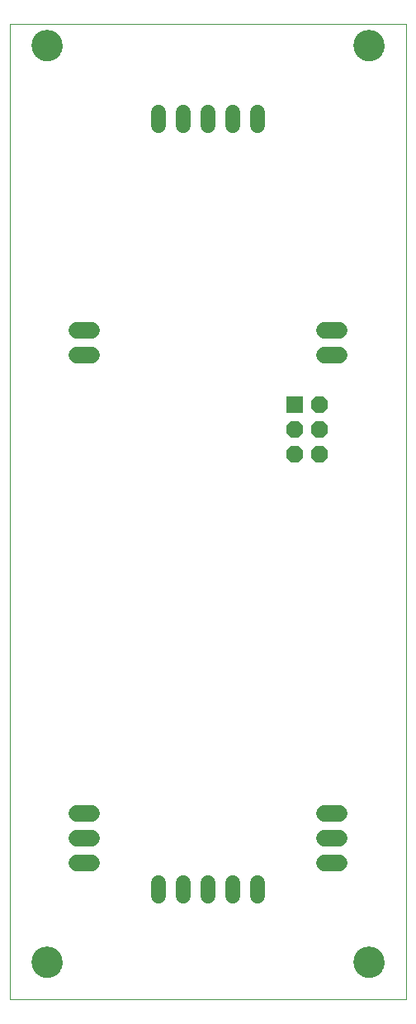
<source format=gbs>
G75*
G70*
%OFA0B0*%
%FSLAX24Y24*%
%IPPOS*%
%LPD*%
%AMOC8*
5,1,8,0,0,1.08239X$1,22.5*
%
%ADD10C,0.0000*%
%ADD11C,0.1261*%
%ADD12R,0.0680X0.0680*%
%ADD13OC8,0.0680*%
%ADD14C,0.0680*%
%ADD15C,0.0595*%
D10*
X000156Y000655D02*
X000156Y040025D01*
X016156Y040025D01*
X016156Y000655D01*
X000156Y000655D01*
X001065Y002155D02*
X001067Y002203D01*
X001073Y002251D01*
X001083Y002298D01*
X001096Y002344D01*
X001114Y002389D01*
X001134Y002433D01*
X001159Y002475D01*
X001187Y002514D01*
X001217Y002551D01*
X001251Y002585D01*
X001288Y002617D01*
X001326Y002646D01*
X001367Y002671D01*
X001410Y002693D01*
X001455Y002711D01*
X001501Y002725D01*
X001548Y002736D01*
X001596Y002743D01*
X001644Y002746D01*
X001692Y002745D01*
X001740Y002740D01*
X001788Y002731D01*
X001834Y002719D01*
X001879Y002702D01*
X001923Y002682D01*
X001965Y002659D01*
X002005Y002632D01*
X002043Y002602D01*
X002078Y002569D01*
X002110Y002533D01*
X002140Y002495D01*
X002166Y002454D01*
X002188Y002411D01*
X002208Y002367D01*
X002223Y002322D01*
X002235Y002275D01*
X002243Y002227D01*
X002247Y002179D01*
X002247Y002131D01*
X002243Y002083D01*
X002235Y002035D01*
X002223Y001988D01*
X002208Y001943D01*
X002188Y001899D01*
X002166Y001856D01*
X002140Y001815D01*
X002110Y001777D01*
X002078Y001741D01*
X002043Y001708D01*
X002005Y001678D01*
X001965Y001651D01*
X001923Y001628D01*
X001879Y001608D01*
X001834Y001591D01*
X001788Y001579D01*
X001740Y001570D01*
X001692Y001565D01*
X001644Y001564D01*
X001596Y001567D01*
X001548Y001574D01*
X001501Y001585D01*
X001455Y001599D01*
X001410Y001617D01*
X001367Y001639D01*
X001326Y001664D01*
X001288Y001693D01*
X001251Y001725D01*
X001217Y001759D01*
X001187Y001796D01*
X001159Y001835D01*
X001134Y001877D01*
X001114Y001921D01*
X001096Y001966D01*
X001083Y002012D01*
X001073Y002059D01*
X001067Y002107D01*
X001065Y002155D01*
X014065Y002155D02*
X014067Y002203D01*
X014073Y002251D01*
X014083Y002298D01*
X014096Y002344D01*
X014114Y002389D01*
X014134Y002433D01*
X014159Y002475D01*
X014187Y002514D01*
X014217Y002551D01*
X014251Y002585D01*
X014288Y002617D01*
X014326Y002646D01*
X014367Y002671D01*
X014410Y002693D01*
X014455Y002711D01*
X014501Y002725D01*
X014548Y002736D01*
X014596Y002743D01*
X014644Y002746D01*
X014692Y002745D01*
X014740Y002740D01*
X014788Y002731D01*
X014834Y002719D01*
X014879Y002702D01*
X014923Y002682D01*
X014965Y002659D01*
X015005Y002632D01*
X015043Y002602D01*
X015078Y002569D01*
X015110Y002533D01*
X015140Y002495D01*
X015166Y002454D01*
X015188Y002411D01*
X015208Y002367D01*
X015223Y002322D01*
X015235Y002275D01*
X015243Y002227D01*
X015247Y002179D01*
X015247Y002131D01*
X015243Y002083D01*
X015235Y002035D01*
X015223Y001988D01*
X015208Y001943D01*
X015188Y001899D01*
X015166Y001856D01*
X015140Y001815D01*
X015110Y001777D01*
X015078Y001741D01*
X015043Y001708D01*
X015005Y001678D01*
X014965Y001651D01*
X014923Y001628D01*
X014879Y001608D01*
X014834Y001591D01*
X014788Y001579D01*
X014740Y001570D01*
X014692Y001565D01*
X014644Y001564D01*
X014596Y001567D01*
X014548Y001574D01*
X014501Y001585D01*
X014455Y001599D01*
X014410Y001617D01*
X014367Y001639D01*
X014326Y001664D01*
X014288Y001693D01*
X014251Y001725D01*
X014217Y001759D01*
X014187Y001796D01*
X014159Y001835D01*
X014134Y001877D01*
X014114Y001921D01*
X014096Y001966D01*
X014083Y002012D01*
X014073Y002059D01*
X014067Y002107D01*
X014065Y002155D01*
X014065Y039155D02*
X014067Y039203D01*
X014073Y039251D01*
X014083Y039298D01*
X014096Y039344D01*
X014114Y039389D01*
X014134Y039433D01*
X014159Y039475D01*
X014187Y039514D01*
X014217Y039551D01*
X014251Y039585D01*
X014288Y039617D01*
X014326Y039646D01*
X014367Y039671D01*
X014410Y039693D01*
X014455Y039711D01*
X014501Y039725D01*
X014548Y039736D01*
X014596Y039743D01*
X014644Y039746D01*
X014692Y039745D01*
X014740Y039740D01*
X014788Y039731D01*
X014834Y039719D01*
X014879Y039702D01*
X014923Y039682D01*
X014965Y039659D01*
X015005Y039632D01*
X015043Y039602D01*
X015078Y039569D01*
X015110Y039533D01*
X015140Y039495D01*
X015166Y039454D01*
X015188Y039411D01*
X015208Y039367D01*
X015223Y039322D01*
X015235Y039275D01*
X015243Y039227D01*
X015247Y039179D01*
X015247Y039131D01*
X015243Y039083D01*
X015235Y039035D01*
X015223Y038988D01*
X015208Y038943D01*
X015188Y038899D01*
X015166Y038856D01*
X015140Y038815D01*
X015110Y038777D01*
X015078Y038741D01*
X015043Y038708D01*
X015005Y038678D01*
X014965Y038651D01*
X014923Y038628D01*
X014879Y038608D01*
X014834Y038591D01*
X014788Y038579D01*
X014740Y038570D01*
X014692Y038565D01*
X014644Y038564D01*
X014596Y038567D01*
X014548Y038574D01*
X014501Y038585D01*
X014455Y038599D01*
X014410Y038617D01*
X014367Y038639D01*
X014326Y038664D01*
X014288Y038693D01*
X014251Y038725D01*
X014217Y038759D01*
X014187Y038796D01*
X014159Y038835D01*
X014134Y038877D01*
X014114Y038921D01*
X014096Y038966D01*
X014083Y039012D01*
X014073Y039059D01*
X014067Y039107D01*
X014065Y039155D01*
X001065Y039155D02*
X001067Y039203D01*
X001073Y039251D01*
X001083Y039298D01*
X001096Y039344D01*
X001114Y039389D01*
X001134Y039433D01*
X001159Y039475D01*
X001187Y039514D01*
X001217Y039551D01*
X001251Y039585D01*
X001288Y039617D01*
X001326Y039646D01*
X001367Y039671D01*
X001410Y039693D01*
X001455Y039711D01*
X001501Y039725D01*
X001548Y039736D01*
X001596Y039743D01*
X001644Y039746D01*
X001692Y039745D01*
X001740Y039740D01*
X001788Y039731D01*
X001834Y039719D01*
X001879Y039702D01*
X001923Y039682D01*
X001965Y039659D01*
X002005Y039632D01*
X002043Y039602D01*
X002078Y039569D01*
X002110Y039533D01*
X002140Y039495D01*
X002166Y039454D01*
X002188Y039411D01*
X002208Y039367D01*
X002223Y039322D01*
X002235Y039275D01*
X002243Y039227D01*
X002247Y039179D01*
X002247Y039131D01*
X002243Y039083D01*
X002235Y039035D01*
X002223Y038988D01*
X002208Y038943D01*
X002188Y038899D01*
X002166Y038856D01*
X002140Y038815D01*
X002110Y038777D01*
X002078Y038741D01*
X002043Y038708D01*
X002005Y038678D01*
X001965Y038651D01*
X001923Y038628D01*
X001879Y038608D01*
X001834Y038591D01*
X001788Y038579D01*
X001740Y038570D01*
X001692Y038565D01*
X001644Y038564D01*
X001596Y038567D01*
X001548Y038574D01*
X001501Y038585D01*
X001455Y038599D01*
X001410Y038617D01*
X001367Y038639D01*
X001326Y038664D01*
X001288Y038693D01*
X001251Y038725D01*
X001217Y038759D01*
X001187Y038796D01*
X001159Y038835D01*
X001134Y038877D01*
X001114Y038921D01*
X001096Y038966D01*
X001083Y039012D01*
X001073Y039059D01*
X001067Y039107D01*
X001065Y039155D01*
D11*
X001656Y039155D03*
X014656Y039155D03*
X014656Y002155D03*
X001656Y002155D03*
D12*
X011656Y024655D03*
D13*
X011656Y023655D03*
X011656Y022655D03*
X012656Y022655D03*
X012656Y023655D03*
X012656Y024655D03*
D14*
X012856Y026655D02*
X013456Y026655D01*
X013456Y027655D02*
X012856Y027655D01*
X012856Y008155D02*
X013456Y008155D01*
X013456Y007155D02*
X012856Y007155D01*
X012856Y006155D02*
X013456Y006155D01*
X003456Y006155D02*
X002856Y006155D01*
X002856Y007155D02*
X003456Y007155D01*
X003456Y008155D02*
X002856Y008155D01*
X002856Y026655D02*
X003456Y026655D01*
X003456Y027655D02*
X002856Y027655D01*
D15*
X006156Y035949D02*
X006156Y036464D01*
X007156Y036464D02*
X007156Y035949D01*
X008156Y035949D02*
X008156Y036464D01*
X009156Y036464D02*
X009156Y035949D01*
X010156Y035949D02*
X010156Y036464D01*
X010156Y005361D02*
X010156Y004846D01*
X009156Y004846D02*
X009156Y005361D01*
X008156Y005361D02*
X008156Y004846D01*
X007156Y004846D02*
X007156Y005361D01*
X006156Y005361D02*
X006156Y004846D01*
M02*

</source>
